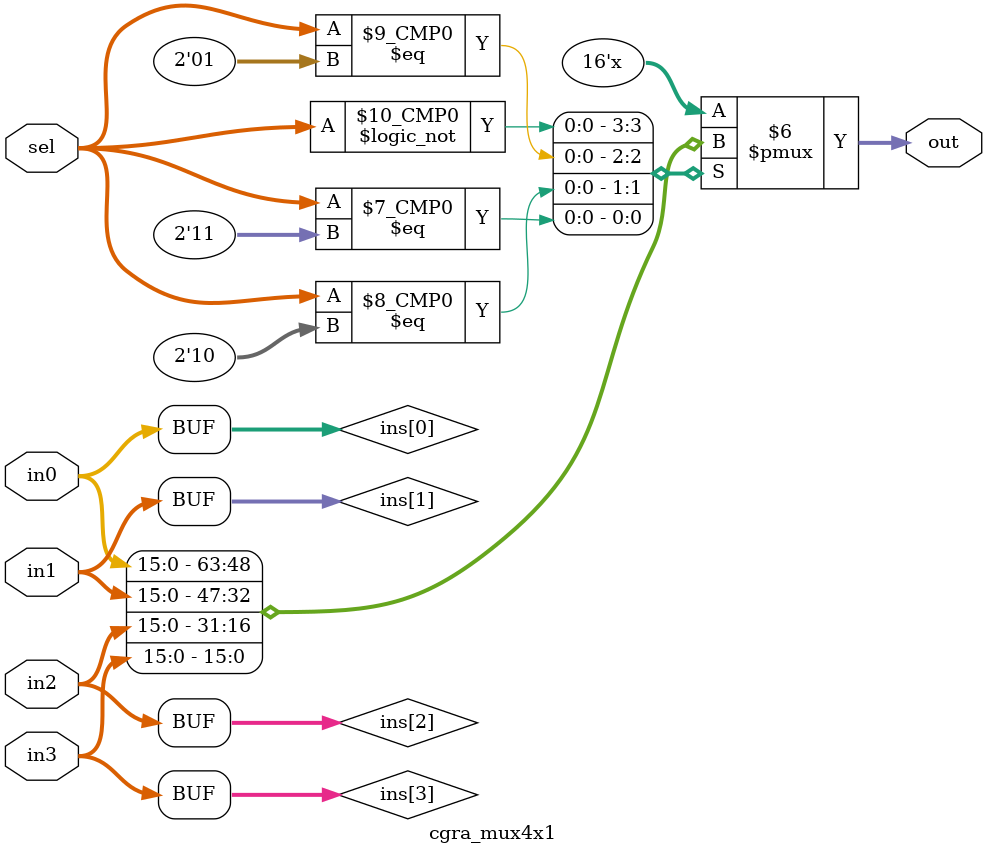
<source format=v>

module cgra_mux4x1 #
(
  parameter WIDTH = 16
)
(
  input [2-1:0] sel,
  input [WIDTH-1:0] in0,
  input [WIDTH-1:0] in1,
  input [WIDTH-1:0] in2,
  input [WIDTH-1:0] in3,
  output [WIDTH-1:0] out
);

  wire [WIDTH-1:0] ins [0:4-1];
  assign ins[0] = in0;
  assign ins[1] = in1;
  assign ins[2] = in2;
  assign ins[3] = in3;
  assign out = ins[sel];

endmodule

</source>
